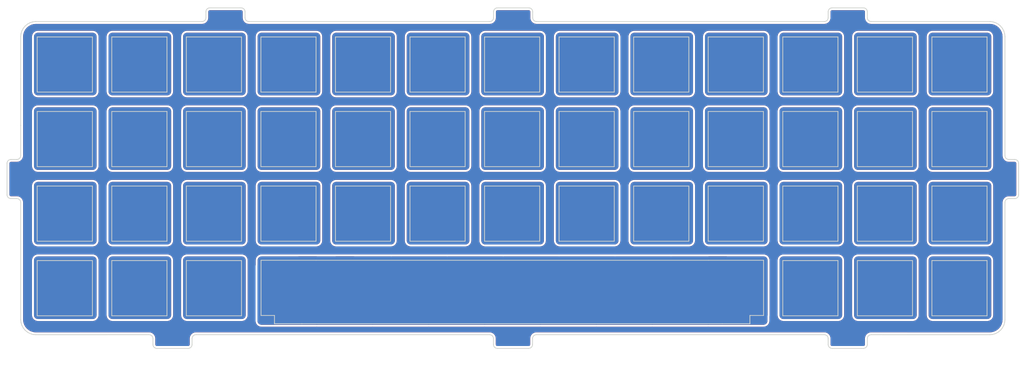
<source format=kicad_pcb>
(kicad_pcb (version 20171130) (host pcbnew "(5.1.5-0-10_14)")
  (layers (0 F.Cu signal) (31 B.Cu signal) (34 B.Paste user) (35 F.Paste user) (36 B.SilkS user) (37 F.SilkS user) (38 B.Mask user) (39 F.Mask user) (44 Edge.Cuts user))
  (net 0 "")
  (module Keebio-Parts:MX_FMask (layer F.Cu) (at 203.0225 89.58)
    (fp_text reference REF** hide)
    (fp_text value MX_FMask hide)
    (pad 1 smd roundrect (at 0 0 180) (size 16 16) (layers B.Cu B.Mask) (roundrect_rratio 0.063))
    (pad 1 smd roundrect (at 0 0 180) (size 16 16) (layers F.Cu F.Mask) (roundrect_rratio 0.063))
  )
  (module Keebio-Parts:MX_FMask (layer F.Cu) (at 188.735 89.58)
    (fp_text reference REF** hide)
    (fp_text value MX_FMask hide)
    (pad 1 smd roundrect (at 0 0 180) (size 16 16) (layers B.Cu B.Mask) (roundrect_rratio 0.063))
    (pad 1 smd roundrect (at 0 0 180) (size 16 16) (layers F.Cu F.Mask) (roundrect_rratio 0.063))
  )
  (module Keebio-Parts:MX_FMask (layer F.Cu) (at 174.4475 89.58)
    (fp_text reference REF** hide)
    (fp_text value MX_FMask hide)
    (pad 1 smd roundrect (at 0 0 180) (size 16 16) (layers B.Cu B.Mask) (roundrect_rratio 0.063))
    (pad 1 smd roundrect (at 0 0 180) (size 16 16) (layers F.Cu F.Mask) (roundrect_rratio 0.063))
  )
  (module Keebio-Parts:MX_FMask (layer F.Cu) (at 160.16 89.58)
    (fp_text reference REF** hide)
    (fp_text value MX_FMask hide)
    (pad 1 smd roundrect (at 0 0 180) (size 16 16) (layers B.Cu B.Mask) (roundrect_rratio 0.063))
    (pad 1 smd roundrect (at 0 0 180) (size 16 16) (layers F.Cu F.Mask) (roundrect_rratio 0.063))
  )
  (module Keebio-Parts:MX_FMask (layer F.Cu) (at 145.8725 89.58)
    (fp_text reference REF** hide)
    (fp_text value MX_FMask hide)
    (pad 1 smd roundrect (at 0 0 180) (size 16 16) (layers B.Cu B.Mask) (roundrect_rratio 0.063))
    (pad 1 smd roundrect (at 0 0 180) (size 16 16) (layers F.Cu F.Mask) (roundrect_rratio 0.063))
  )
  (module Keebio-Parts:MX_FMask (layer F.Cu) (at 131.585 89.58)
    (fp_text reference REF** hide)
    (fp_text value MX_FMask hide)
    (pad 1 smd roundrect (at 0 0 180) (size 16 16) (layers B.Cu B.Mask) (roundrect_rratio 0.063))
    (pad 1 smd roundrect (at 0 0 180) (size 16 16) (layers F.Cu F.Mask) (roundrect_rratio 0.063))
  )
  (module Keebio-Parts:MX_FMask (layer F.Cu) (at 117.2975 89.58)
    (fp_text reference REF** hide)
    (fp_text value MX_FMask hide)
    (pad 1 smd roundrect (at 0 0 180) (size 16 16) (layers B.Cu B.Mask) (roundrect_rratio 0.063))
    (pad 1 smd roundrect (at 0 0 180) (size 16 16) (layers F.Cu F.Mask) (roundrect_rratio 0.063))
  )
  (module Keebio-Parts:MX_FMask (layer F.Cu) (at 103.01 89.58)
    (fp_text reference REF** hide)
    (fp_text value MX_FMask hide)
    (pad 1 smd roundrect (at 0 0 180) (size 16 16) (layers B.Cu B.Mask) (roundrect_rratio 0.063))
    (pad 1 smd roundrect (at 0 0 180) (size 16 16) (layers F.Cu F.Mask) (roundrect_rratio 0.063))
  )
  (module Keebio-Parts:MX_FMask (layer F.Cu) (at 88.7225 89.58)
    (fp_text reference REF** hide)
    (fp_text value MX_FMask hide)
    (pad 1 smd roundrect (at 0 0 180) (size 16 16) (layers F.Cu F.Mask) (roundrect_rratio 0.063))
    (pad 1 smd roundrect (at 0 0 180) (size 16 16) (layers B.Cu B.Mask) (roundrect_rratio 0.063))
  )
  (module Keebio-Parts:MX_FMask (layer F.Cu) (at 203.06 88.115)
    (fp_text reference REF** hide)
    (fp_text value MX_FMask hide)
    (pad 1 smd roundrect (at 0 0 180) (size 16 16) (layers F.Cu F.Mask) (roundrect_rratio 0.063))
    (pad 1 smd roundrect (at 0 0 180) (size 16 16) (layers B.Cu B.Mask) (roundrect_rratio 0.063))
  )
  (module Keebio-Parts:MX_FMask (layer F.Cu) (at 193.535 88.115)
    (fp_text reference REF** hide)
    (fp_text value MX_FMask hide)
    (pad 1 smd roundrect (at 0 0 180) (size 16 16) (layers F.Cu F.Mask) (roundrect_rratio 0.063))
    (pad 1 smd roundrect (at 0 0 180) (size 16 16) (layers B.Cu B.Mask) (roundrect_rratio 0.063))
  )
  (module Keebio-Parts:MX_FMask (layer F.Cu) (at 179.2475 88.115)
    (fp_text reference REF** hide)
    (fp_text value MX_FMask hide)
    (pad 1 smd roundrect (at 0 0 180) (size 16 16) (layers F.Cu F.Mask) (roundrect_rratio 0.063))
    (pad 1 smd roundrect (at 0 0 180) (size 16 16) (layers B.Cu B.Mask) (roundrect_rratio 0.063))
  )
  (module Keebio-Parts:MX_FMask (layer F.Cu) (at 164.96 88.115)
    (fp_text reference REF** hide)
    (fp_text value MX_FMask hide)
    (pad 1 smd roundrect (at 0 0 180) (size 16 16) (layers F.Cu F.Mask) (roundrect_rratio 0.063))
    (pad 1 smd roundrect (at 0 0 180) (size 16 16) (layers B.Cu B.Mask) (roundrect_rratio 0.063))
  )
  (module Keebio-Parts:MX_FMask (layer F.Cu) (at 150.6725 88.115)
    (fp_text reference REF** hide)
    (fp_text value MX_FMask hide)
    (pad 1 smd roundrect (at 0 0 180) (size 16 16) (layers F.Cu F.Mask) (roundrect_rratio 0.063))
    (pad 1 smd roundrect (at 0 0 180) (size 16 16) (layers B.Cu B.Mask) (roundrect_rratio 0.063))
  )
  (module Keebio-Parts:MX_FMask (layer F.Cu) (at 136.385 88.115)
    (fp_text reference REF** hide)
    (fp_text value MX_FMask hide)
    (pad 1 smd roundrect (at 0 0 180) (size 16 16) (layers F.Cu F.Mask) (roundrect_rratio 0.063))
    (pad 1 smd roundrect (at 0 0 180) (size 16 16) (layers B.Cu B.Mask) (roundrect_rratio 0.063))
  )
  (module Keebio-Parts:MX_FMask (layer F.Cu) (at 122.0975 88.115)
    (fp_text reference REF** hide)
    (fp_text value MX_FMask hide)
    (pad 1 smd roundrect (at 0 0 180) (size 16 16) (layers F.Cu F.Mask) (roundrect_rratio 0.063))
    (pad 1 smd roundrect (at 0 0 180) (size 16 16) (layers B.Cu B.Mask) (roundrect_rratio 0.063))
  )
  (module Keebio-Parts:MX_FMask (layer F.Cu) (at 98.285 88.115)
    (fp_text reference REF** hide)
    (fp_text value MX_FMask hide)
    (pad 1 smd roundrect (at 0 0 180) (size 16 16) (layers F.Cu F.Mask) (roundrect_rratio 0.063))
    (pad 1 smd roundrect (at 0 0 180) (size 16 16) (layers B.Cu B.Mask) (roundrect_rratio 0.063))
  )
  (module Keebio-Parts:MX_FMask (layer F.Cu) (at 107.81 88.115)
    (fp_text reference REF** hide)
    (fp_text value MX_FMask hide)
    (pad 1 smd roundrect (at 0 0 180) (size 16 16) (layers F.Cu F.Mask) (roundrect_rratio 0.063))
    (pad 1 smd roundrect (at 0 0 180) (size 16 16) (layers B.Cu B.Mask) (roundrect_rratio 0.063))
  )
  (module Keebio-Parts:MX_FMask (layer F.Cu) (at 88.76 88.115)
    (fp_text reference REF** hide)
    (fp_text value MX_FMask hide)
    (pad 1 smd roundrect (at 0 0 180) (size 16 16) (layers F.Cu F.Mask) (roundrect_rratio 0.063))
    (pad 1 smd roundrect (at 0 0 180) (size 16 16) (layers B.Cu B.Mask) (roundrect_rratio 0.063))
  )
  (module Keebio-Parts:MX_FMask (layer F.Cu) (at 260.21 88.115)
    (fp_text reference REF** hide)
    (fp_text value MX_FMask hide)
    (pad 1 smd roundrect (at 0 0 180) (size 16 16) (layers F.Cu F.Mask) (roundrect_rratio 0.063))
    (pad 1 smd roundrect (at 0 0 180) (size 16 16) (layers B.Cu B.Mask) (roundrect_rratio 0.063))
  )
  (module Keebio-Parts:MX_FMask (layer F.Cu) (at 260.21 69.065)
    (fp_text reference REF** hide)
    (fp_text value MX_FMask hide)
    (pad 1 smd roundrect (at 0 0 180) (size 16 16) (layers F.Cu F.Mask) (roundrect_rratio 0.063))
    (pad 1 smd roundrect (at 0 0 180) (size 16 16) (layers B.Cu B.Mask) (roundrect_rratio 0.063))
  )
  (module Keebio-Parts:MX_FMask (layer F.Cu) (at 260.21 50.015)
    (fp_text reference REF** hide)
    (fp_text value MX_FMask hide)
    (pad 1 smd roundrect (at 0 0 180) (size 16 16) (layers F.Cu F.Mask) (roundrect_rratio 0.063))
    (pad 1 smd roundrect (at 0 0 180) (size 16 16) (layers B.Cu B.Mask) (roundrect_rratio 0.063))
  )
  (module Keebio-Parts:MX_FMask (layer F.Cu) (at 260.21 30.965)
    (fp_text reference REF** hide)
    (fp_text value MX_FMask hide)
    (pad 1 smd roundrect (at 0 0 180) (size 16 16) (layers F.Cu F.Mask) (roundrect_rratio 0.063))
    (pad 1 smd roundrect (at 0 0 180) (size 16 16) (layers B.Cu B.Mask) (roundrect_rratio 0.063))
  )
  (module Keebio-Parts:MX_FMask (layer F.Cu) (at 241.16 30.965)
    (fp_text reference REF** hide)
    (fp_text value MX_FMask hide)
    (pad 1 smd roundrect (at 0 0 180) (size 16 16) (layers F.Cu F.Mask) (roundrect_rratio 0.063))
    (pad 1 smd roundrect (at 0 0 180) (size 16 16) (layers B.Cu B.Mask) (roundrect_rratio 0.063))
  )
  (module Keebio-Parts:MX_FMask (layer F.Cu) (at 241.16 50.015)
    (fp_text reference REF** hide)
    (fp_text value MX_FMask hide)
    (pad 1 smd roundrect (at 0 0 180) (size 16 16) (layers F.Cu F.Mask) (roundrect_rratio 0.063))
    (pad 1 smd roundrect (at 0 0 180) (size 16 16) (layers B.Cu B.Mask) (roundrect_rratio 0.063))
  )
  (module Keebio-Parts:MX_FMask (layer F.Cu) (at 241.16 69.065)
    (fp_text reference REF** hide)
    (fp_text value MX_FMask hide)
    (pad 1 smd roundrect (at 0 0 180) (size 16 16) (layers F.Cu F.Mask) (roundrect_rratio 0.063))
    (pad 1 smd roundrect (at 0 0 180) (size 16 16) (layers B.Cu B.Mask) (roundrect_rratio 0.063))
  )
  (module Keebio-Parts:MX_FMask (layer F.Cu) (at 241.16 88.115)
    (fp_text reference REF** hide)
    (fp_text value MX_FMask hide)
    (pad 1 smd roundrect (at 0 0 180) (size 16 16) (layers F.Cu F.Mask) (roundrect_rratio 0.063))
    (pad 1 smd roundrect (at 0 0 180) (size 16 16) (layers B.Cu B.Mask) (roundrect_rratio 0.063))
  )
  (module Keebio-Parts:MX_FMask (layer F.Cu) (at 222.11 88.115)
    (fp_text reference REF** hide)
    (fp_text value MX_FMask hide)
    (pad 1 smd roundrect (at 0 0 180) (size 16 16) (layers F.Cu F.Mask) (roundrect_rratio 0.063))
    (pad 1 smd roundrect (at 0 0 180) (size 16 16) (layers B.Cu B.Mask) (roundrect_rratio 0.063))
  )
  (module Keebio-Parts:MX_FMask (layer F.Cu) (at 222.11 69.065)
    (fp_text reference REF** hide)
    (fp_text value MX_FMask hide)
    (pad 1 smd roundrect (at 0 0 180) (size 16 16) (layers F.Cu F.Mask) (roundrect_rratio 0.063))
    (pad 1 smd roundrect (at 0 0 180) (size 16 16) (layers B.Cu B.Mask) (roundrect_rratio 0.063))
  )
  (module Keebio-Parts:MX_FMask (layer F.Cu) (at 222.11 50.015)
    (fp_text reference REF** hide)
    (fp_text value MX_FMask hide)
    (pad 1 smd roundrect (at 0 0 180) (size 16 16) (layers F.Cu F.Mask) (roundrect_rratio 0.063))
    (pad 1 smd roundrect (at 0 0 180) (size 16 16) (layers B.Cu B.Mask) (roundrect_rratio 0.063))
  )
  (module Keebio-Parts:MX_FMask (layer F.Cu) (at 222.11 30.965)
    (fp_text reference REF** hide)
    (fp_text value MX_FMask hide)
    (pad 1 smd roundrect (at 0 0 180) (size 16 16) (layers F.Cu F.Mask) (roundrect_rratio 0.063))
    (pad 1 smd roundrect (at 0 0 180) (size 16 16) (layers B.Cu B.Mask) (roundrect_rratio 0.063))
  )
  (module Keebio-Parts:MX_FMask (layer F.Cu) (at 203.06 30.965)
    (fp_text reference REF** hide)
    (fp_text value MX_FMask hide)
    (pad 1 smd roundrect (at 0 0 180) (size 16 16) (layers F.Cu F.Mask) (roundrect_rratio 0.063))
    (pad 1 smd roundrect (at 0 0 180) (size 16 16) (layers B.Cu B.Mask) (roundrect_rratio 0.063))
  )
  (module Keebio-Parts:MX_FMask (layer F.Cu) (at 203.06 50.015)
    (fp_text reference REF** hide)
    (fp_text value MX_FMask hide)
    (pad 1 smd roundrect (at 0 0 180) (size 16 16) (layers F.Cu F.Mask) (roundrect_rratio 0.063))
    (pad 1 smd roundrect (at 0 0 180) (size 16 16) (layers B.Cu B.Mask) (roundrect_rratio 0.063))
  )
  (module Keebio-Parts:MX_FMask (layer F.Cu) (at 184.01 50.015)
    (fp_text reference REF** hide)
    (fp_text value MX_FMask hide)
    (pad 1 smd roundrect (at 0 0 180) (size 16 16) (layers F.Cu F.Mask) (roundrect_rratio 0.063))
    (pad 1 smd roundrect (at 0 0 180) (size 16 16) (layers B.Cu B.Mask) (roundrect_rratio 0.063))
  )
  (module Keebio-Parts:MX_FMask (layer F.Cu) (at 184.01 30.965)
    (fp_text reference REF** hide)
    (fp_text value MX_FMask hide)
    (pad 1 smd roundrect (at 0 0 180) (size 16 16) (layers F.Cu F.Mask) (roundrect_rratio 0.063))
    (pad 1 smd roundrect (at 0 0 180) (size 16 16) (layers B.Cu B.Mask) (roundrect_rratio 0.063))
  )
  (module Keebio-Parts:MX_FMask (layer F.Cu) (at 164.96 50.015)
    (fp_text reference REF** hide)
    (fp_text value MX_FMask hide)
    (pad 1 smd roundrect (at 0 0 180) (size 16 16) (layers F.Cu F.Mask) (roundrect_rratio 0.063))
    (pad 1 smd roundrect (at 0 0 180) (size 16 16) (layers B.Cu B.Mask) (roundrect_rratio 0.063))
  )
  (module Keebio-Parts:MX_FMask (layer F.Cu) (at 164.96 30.965)
    (fp_text reference REF** hide)
    (fp_text value MX_FMask hide)
    (pad 1 smd roundrect (at 0 0 180) (size 16 16) (layers F.Cu F.Mask) (roundrect_rratio 0.063))
    (pad 1 smd roundrect (at 0 0 180) (size 16 16) (layers B.Cu B.Mask) (roundrect_rratio 0.063))
  )
  (module Keebio-Parts:MX_FMask (layer F.Cu) (at 145.91 30.965)
    (fp_text reference REF** hide)
    (fp_text value MX_FMask hide)
    (pad 1 smd roundrect (at 0 0 180) (size 16 16) (layers F.Cu F.Mask) (roundrect_rratio 0.063))
    (pad 1 smd roundrect (at 0 0 180) (size 16 16) (layers B.Cu B.Mask) (roundrect_rratio 0.063))
  )
  (module Keebio-Parts:MX_FMask (layer F.Cu) (at 145.91 50.015)
    (fp_text reference REF** hide)
    (fp_text value MX_FMask hide)
    (pad 1 smd roundrect (at 0 0 180) (size 16 16) (layers F.Cu F.Mask) (roundrect_rratio 0.063))
    (pad 1 smd roundrect (at 0 0 180) (size 16 16) (layers B.Cu B.Mask) (roundrect_rratio 0.063))
  )
  (module Keebio-Parts:MX_FMask (layer F.Cu) (at 203.06 69.065)
    (fp_text reference REF** hide)
    (fp_text value MX_FMask hide)
    (pad 1 smd roundrect (at 0 0 180) (size 16 16) (layers F.Cu F.Mask) (roundrect_rratio 0.063))
    (pad 1 smd roundrect (at 0 0 180) (size 16 16) (layers B.Cu B.Mask) (roundrect_rratio 0.063))
  )
  (module Keebio-Parts:MX_FMask (layer F.Cu) (at 184.01 69.065)
    (fp_text reference REF** hide)
    (fp_text value MX_FMask hide)
    (pad 1 smd roundrect (at 0 0 180) (size 16 16) (layers F.Cu F.Mask) (roundrect_rratio 0.063))
    (pad 1 smd roundrect (at 0 0 180) (size 16 16) (layers B.Cu B.Mask) (roundrect_rratio 0.063))
  )
  (module Keebio-Parts:MX_FMask (layer F.Cu) (at 164.96 69.065)
    (fp_text reference REF** hide)
    (fp_text value MX_FMask hide)
    (pad 1 smd roundrect (at 0 0 180) (size 16 16) (layers F.Cu F.Mask) (roundrect_rratio 0.063))
    (pad 1 smd roundrect (at 0 0 180) (size 16 16) (layers B.Cu B.Mask) (roundrect_rratio 0.063))
  )
  (module Keebio-Parts:MX_FMask (layer F.Cu) (at 145.91 69.065)
    (fp_text reference REF** hide)
    (fp_text value MX_FMask hide)
    (pad 1 smd roundrect (at 0 0 180) (size 16 16) (layers F.Cu F.Mask) (roundrect_rratio 0.063))
    (pad 1 smd roundrect (at 0 0 180) (size 16 16) (layers B.Cu B.Mask) (roundrect_rratio 0.063))
  )
  (module Keebio-Parts:MX_FMask (layer F.Cu) (at 126.86 69.065)
    (fp_text reference REF** hide)
    (fp_text value MX_FMask hide)
    (pad 1 smd roundrect (at 0 0 180) (size 16 16) (layers F.Cu F.Mask) (roundrect_rratio 0.063))
    (pad 1 smd roundrect (at 0 0 180) (size 16 16) (layers B.Cu B.Mask) (roundrect_rratio 0.063))
  )
  (module Keebio-Parts:MX_FMask (layer F.Cu) (at 126.86 50.015)
    (fp_text reference REF** hide)
    (fp_text value MX_FMask hide)
    (pad 1 smd roundrect (at 0 0 180) (size 16 16) (layers F.Cu F.Mask) (roundrect_rratio 0.063))
    (pad 1 smd roundrect (at 0 0 180) (size 16 16) (layers B.Cu B.Mask) (roundrect_rratio 0.063))
  )
  (module Keebio-Parts:MX_FMask (layer F.Cu) (at 126.86 30.965)
    (fp_text reference REF** hide)
    (fp_text value MX_FMask hide)
    (pad 1 smd roundrect (at 0 0 180) (size 16 16) (layers F.Cu F.Mask) (roundrect_rratio 0.063))
    (pad 1 smd roundrect (at 0 0 180) (size 16 16) (layers B.Cu B.Mask) (roundrect_rratio 0.063))
  )
  (module Keebio-Parts:MX_FMask (layer F.Cu) (at 107.81 69.065)
    (fp_text reference REF** hide)
    (fp_text value MX_FMask hide)
    (pad 1 smd roundrect (at 0 0 180) (size 16 16) (layers F.Cu F.Mask) (roundrect_rratio 0.063))
    (pad 1 smd roundrect (at 0 0 180) (size 16 16) (layers B.Cu B.Mask) (roundrect_rratio 0.063))
  )
  (module Keebio-Parts:MX_FMask (layer F.Cu) (at 107.81 50.015)
    (fp_text reference REF** hide)
    (fp_text value MX_FMask hide)
    (pad 1 smd roundrect (at 0 0 180) (size 16 16) (layers F.Cu F.Mask) (roundrect_rratio 0.063))
    (pad 1 smd roundrect (at 0 0 180) (size 16 16) (layers B.Cu B.Mask) (roundrect_rratio 0.063))
  )
  (module Keebio-Parts:MX_FMask (layer F.Cu) (at 107.81 30.965)
    (fp_text reference REF** hide)
    (fp_text value MX_FMask hide)
    (pad 1 smd roundrect (at 0 0 180) (size 16 16) (layers F.Cu F.Mask) (roundrect_rratio 0.063))
    (pad 1 smd roundrect (at 0 0 180) (size 16 16) (layers B.Cu B.Mask) (roundrect_rratio 0.063))
  )
  (module Keebio-Parts:MX_FMask (layer F.Cu) (at 88.76 69.065)
    (fp_text reference REF** hide)
    (fp_text value MX_FMask hide)
    (pad 1 smd roundrect (at 0 0 180) (size 16 16) (layers F.Cu F.Mask) (roundrect_rratio 0.063))
    (pad 1 smd roundrect (at 0 0 180) (size 16 16) (layers B.Cu B.Mask) (roundrect_rratio 0.063))
  )
  (module Keebio-Parts:MX_FMask (layer F.Cu) (at 50.66 88.115)
    (fp_text reference REF** hide)
    (fp_text value MX_FMask hide)
    (pad 1 smd roundrect (at 0 0 180) (size 16 16) (layers F.Cu F.Mask) (roundrect_rratio 0.063))
    (pad 1 smd roundrect (at 0 0 180) (size 16 16) (layers B.Cu B.Mask) (roundrect_rratio 0.063))
  )
  (module Keebio-Parts:MX_FMask (layer F.Cu) (at 69.71 88.115)
    (fp_text reference REF** hide)
    (fp_text value MX_FMask hide)
    (pad 1 smd roundrect (at 0 0 180) (size 16 16) (layers F.Cu F.Mask) (roundrect_rratio 0.063))
    (pad 1 smd roundrect (at 0 0 180) (size 16 16) (layers B.Cu B.Mask) (roundrect_rratio 0.063))
  )
  (module Keebio-Parts:MX_FMask (layer F.Cu) (at 69.71 69.065)
    (fp_text reference REF** hide)
    (fp_text value MX_FMask hide)
    (pad 1 smd roundrect (at 0 0 180) (size 16 16) (layers F.Cu F.Mask) (roundrect_rratio 0.063))
    (pad 1 smd roundrect (at 0 0 180) (size 16 16) (layers B.Cu B.Mask) (roundrect_rratio 0.063))
  )
  (module Keebio-Parts:MX_FMask (layer F.Cu) (at 50.66 69.065)
    (fp_text reference REF** hide)
    (fp_text value MX_FMask hide)
    (pad 1 smd roundrect (at 0 0 180) (size 16 16) (layers F.Cu F.Mask) (roundrect_rratio 0.063))
    (pad 1 smd roundrect (at 0 0 180) (size 16 16) (layers B.Cu B.Mask) (roundrect_rratio 0.063))
  )
  (module Keebio-Parts:MX_FMask (layer F.Cu) (at 31.61 88.115)
    (fp_text reference REF** hide)
    (fp_text value MX_FMask hide)
    (pad 1 smd roundrect (at 0 0 180) (size 16 16) (layers F.Cu F.Mask) (roundrect_rratio 0.063))
    (pad 1 smd roundrect (at 0 0 180) (size 16 16) (layers B.Cu B.Mask) (roundrect_rratio 0.063))
  )
  (module Keebio-Parts:MX_FMask (layer F.Cu) (at 31.61 69.065)
    (fp_text reference REF** hide)
    (fp_text value MX_FMask hide)
    (pad 1 smd roundrect (at 0 0 180) (size 16 16) (layers F.Cu F.Mask) (roundrect_rratio 0.063))
    (pad 1 smd roundrect (at 0 0 180) (size 16 16) (layers B.Cu B.Mask) (roundrect_rratio 0.063))
  )
  (module Keebio-Parts:MX_FMask (layer F.Cu) (at 31.61 50.015)
    (fp_text reference REF** hide)
    (fp_text value MX_FMask hide)
    (pad 1 smd roundrect (at 0 0 180) (size 16 16) (layers F.Cu F.Mask) (roundrect_rratio 0.063))
    (pad 1 smd roundrect (at 0 0 180) (size 16 16) (layers B.Cu B.Mask) (roundrect_rratio 0.063))
  )
  (module Keebio-Parts:MX_FMask (layer F.Cu) (at 50.66 50.015)
    (fp_text reference REF** hide)
    (fp_text value MX_FMask hide)
    (pad 1 smd roundrect (at 0 0 180) (size 16 16) (layers F.Cu F.Mask) (roundrect_rratio 0.063))
    (pad 1 smd roundrect (at 0 0 180) (size 16 16) (layers B.Cu B.Mask) (roundrect_rratio 0.063))
  )
  (module Keebio-Parts:MX_FMask (layer F.Cu) (at 69.71 50.015)
    (fp_text reference REF** hide)
    (fp_text value MX_FMask hide)
    (pad 1 smd roundrect (at 0 0 180) (size 16 16) (layers F.Cu F.Mask) (roundrect_rratio 0.063))
    (pad 1 smd roundrect (at 0 0 180) (size 16 16) (layers B.Cu B.Mask) (roundrect_rratio 0.063))
  )
  (module Keebio-Parts:MX_FMask (layer F.Cu) (at 88.76 50.015)
    (fp_text reference REF** hide)
    (fp_text value MX_FMask hide)
    (pad 1 smd roundrect (at 0 0 180) (size 16 16) (layers F.Cu F.Mask) (roundrect_rratio 0.063))
    (pad 1 smd roundrect (at 0 0 180) (size 16 16) (layers B.Cu B.Mask) (roundrect_rratio 0.063))
  )
  (module Keebio-Parts:MX_FMask (layer F.Cu) (at 88.76 30.965)
    (fp_text reference REF** hide)
    (fp_text value MX_FMask hide)
    (pad 1 smd roundrect (at 0 0 180) (size 16 16) (layers F.Cu F.Mask) (roundrect_rratio 0.063))
    (pad 1 smd roundrect (at 0 0 180) (size 16 16) (layers B.Cu B.Mask) (roundrect_rratio 0.063))
  )
  (module Keebio-Parts:MX_FMask (layer F.Cu) (at 69.71 30.965)
    (fp_text reference REF** hide)
    (fp_text value MX_FMask hide)
    (pad 1 smd roundrect (at 0 0 180) (size 16 16) (layers F.Cu F.Mask) (roundrect_rratio 0.063))
    (pad 1 smd roundrect (at 0 0 180) (size 16 16) (layers B.Cu B.Mask) (roundrect_rratio 0.063))
  )
  (module Keebio-Parts:MX_FMask (layer F.Cu) (at 50.66 30.965)
    (fp_text reference REF** hide)
    (fp_text value MX_FMask hide)
    (pad 1 smd roundrect (at 0 0 180) (size 16 16) (layers F.Cu F.Mask) (roundrect_rratio 0.063))
    (pad 1 smd roundrect (at 0 0 180) (size 16 16) (layers B.Cu B.Mask) (roundrect_rratio 0.063))
  )
  (module Keebio-Parts:MX_FMask (layer F.Cu) (at 31.61 30.965)
    (fp_text reference REF** hide)
    (fp_text value MX_FMask hide)
    (pad 1 smd roundrect (at 0 0 180) (size 16 16) (layers B.Cu B.Mask) (roundrect_rratio 0.063))
    (pad 1 smd roundrect (at 0 0 180) (size 16 16) (layers F.Cu F.Mask) (roundrect_rratio 0.063))
  )
  (module pohjola:pohjola_site_text (layer B.Cu) (at 225 98.165 180)
    (fp_text reference G*** hide)
    (fp_text value LOGO hide)
  )
  (gr_line (start 271.057201 98.387628) (end 271.417706 97.714685) (layer Edge.Cuts) (width 0.2))
  (gr_line (start 270.579515 98.97487) (end 271.057201 98.387628) (layer Edge.Cuts) (width 0.2))
  (gr_line (start 271.047517 21.821085) (end 270.557114 21.227856) (layer Edge.Cuts) (width 0.2))
  (gr_line (start 271.408734 22.493263) (end 271.047517 21.821085) (layer Edge.Cuts) (width 0.2))
  (gr_line (start 271.631696 23.216074) (end 271.408734 22.493263) (layer Edge.Cuts) (width 0.2))
  (gr_line (start 271.704786 23.887585) (end 271.631696 23.216074) (layer Edge.Cuts) (width 0.2))
  (gr_line (start 21.369126 98.996673) (end 21.960942 99.479649) (layer Edge.Cuts) (width 0.2))
  (gr_line (start 20.882981 98.409117) (end 21.369126 98.996673) (layer Edge.Cuts) (width 0.2))
  (gr_line (start 20.223696 96.336978) (end 20.294653 97.009933) (layer Edge.Cuts) (width 0.2))
  (gr_line (start 21.938332 20.763646) (end 21.35 21.25) (layer Edge.Cuts) (width 0.2))
  (gr_line (start 268.590759 100.052523) (end 269.316651 99.826922) (layer Edge.Cuts) (width 0.2))
  (gr_line (start 267.932792 100.121453) (end 268.590759 100.052523) (layer Edge.Cuts) (width 0.2))
  (gr_line (start 20.509368 22.515138) (end 20.286771 23.25378) (layer Edge.Cuts) (width 0.2))
  (gr_line (start 23.337128 20.175528) (end 22.608897 20.401207) (layer Edge.Cuts) (width 0.2))
  (gr_line (start 24.010083 20.10457) (end 23.337128 20.175528) (layer Edge.Cuts) (width 0.2))
  (gr_line (start 24.123869 20.10457) (end 24.010083 20.10457) (layer Edge.Cuts) (width 0.2))
  (gr_line (start 20.286771 23.25378) (end 20.223696 23.894106) (layer Edge.Cuts) (width 0.2))
  (gr_line (start 271.704786 24.013278) (end 271.704786 23.887585) (layer Edge.Cuts) (width 0.2))
  (gr_line (start 271.637011 96.984712) (end 271.704786 96.320073) (layer Edge.Cuts) (width 0.2))
  (gr_line (start 271.417706 97.714685) (end 271.637011 96.984712) (layer Edge.Cuts) (width 0.2))
  (gr_line (start 268.562952 20.170142) (end 267.898186 20.10457) (layer Edge.Cuts) (width 0.2))
  (gr_line (start 269.29676 20.390809) (end 268.562952 20.170142) (layer Edge.Cuts) (width 0.2))
  (gr_line (start 269.964902 20.748891) (end 269.29676 20.390809) (layer Edge.Cuts) (width 0.2))
  (gr_line (start 270.557114 21.227856) (end 269.964902 20.748891) (layer Edge.Cuts) (width 0.2))
  (gr_line (start 269.990796 99.464243) (end 270.579515 98.97487) (layer Edge.Cuts) (width 0.2))
  (gr_line (start 269.316651 99.826922) (end 269.990796 99.464243) (layer Edge.Cuts) (width 0.2))
  (gr_line (start 20.868008 21.84125) (end 20.509368 22.515138) (layer Edge.Cuts) (width 0.2))
  (gr_line (start 20.520332 97.738164) (end 20.882981 98.409117) (layer Edge.Cuts) (width 0.2))
  (gr_line (start 20.294653 97.009933) (end 20.520332 97.738164) (layer Edge.Cuts) (width 0.2))
  (gr_line (start 22.637548 99.839212) (end 23.368248 100.059942) (layer Edge.Cuts) (width 0.2))
  (gr_line (start 21.960942 99.479649) (end 22.637548 99.839212) (layer Edge.Cuts) (width 0.2))
  (gr_line (start 267.135889 24.036659) (end 267.135889 38.136659) (layer Edge.Cuts) (width 0.2))
  (gr_line (start 253.035889 24.036659) (end 267.135889 24.036659) (layer Edge.Cuts) (width 0.2))
  (gr_line (start 253.035889 38.136659) (end 253.035889 24.036659) (layer Edge.Cuts) (width 0.2))
  (gr_line (start 267.135889 38.136659) (end 253.035889 38.136659) (layer Edge.Cuts) (width 0.2))
  (gr_line (start 267.135889 62.136659) (end 267.135889 76.236659) (layer Edge.Cuts) (width 0.2))
  (gr_line (start 253.035889 62.136659) (end 267.135889 62.136659) (layer Edge.Cuts) (width 0.2))
  (gr_line (start 253.035889 76.236659) (end 253.035889 62.136659) (layer Edge.Cuts) (width 0.2))
  (gr_line (start 267.135889 76.236659) (end 253.035889 76.236659) (layer Edge.Cuts) (width 0.2))
  (gr_line (start 233.985889 95.286659) (end 233.985889 81.186659) (layer Edge.Cuts) (width 0.2))
  (gr_line (start 248.085889 95.286659) (end 233.985889 95.286659) (layer Edge.Cuts) (width 0.2))
  (gr_line (start 248.085889 81.186659) (end 248.085889 95.286659) (layer Edge.Cuts) (width 0.2))
  (gr_line (start 233.985889 81.186659) (end 248.085889 81.186659) (layer Edge.Cuts) (width 0.2))
  (gr_line (start 233.985889 57.186659) (end 233.985889 43.086659) (layer Edge.Cuts) (width 0.2))
  (gr_line (start 248.085889 57.186659) (end 233.985889 57.186659) (layer Edge.Cuts) (width 0.2))
  (gr_line (start 248.085889 43.086659) (end 248.085889 57.186659) (layer Edge.Cuts) (width 0.2))
  (gr_line (start 233.985889 43.086659) (end 248.085889 43.086659) (layer Edge.Cuts) (width 0.2))
  (gr_line (start 229.035889 24.036659) (end 229.035889 38.136659) (layer Edge.Cuts) (width 0.2))
  (gr_line (start 214.935889 24.036659) (end 229.035889 24.036659) (layer Edge.Cuts) (width 0.2))
  (gr_line (start 214.935889 38.136659) (end 214.935889 24.036659) (layer Edge.Cuts) (width 0.2))
  (gr_line (start 229.035889 38.136659) (end 214.935889 38.136659) (layer Edge.Cuts) (width 0.2))
  (gr_line (start 229.035889 62.136659) (end 229.035889 76.236659) (layer Edge.Cuts) (width 0.2))
  (gr_line (start 214.935889 62.136659) (end 229.035889 62.136659) (layer Edge.Cuts) (width 0.2))
  (gr_line (start 214.935889 76.236659) (end 214.935889 62.136659) (layer Edge.Cuts) (width 0.2))
  (gr_line (start 229.035889 76.236659) (end 214.935889 76.236659) (layer Edge.Cuts) (width 0.2))
  (gr_line (start 214.935889 95.286659) (end 214.935889 81.186659) (layer Edge.Cuts) (width 0.2))
  (gr_line (start 229.035889 95.286659) (end 214.935889 95.286659) (layer Edge.Cuts) (width 0.2))
  (gr_line (start 229.035889 81.186659) (end 229.035889 95.286659) (layer Edge.Cuts) (width 0.2))
  (gr_line (start 214.935889 81.186659) (end 229.035889 81.186659) (layer Edge.Cuts) (width 0.2))
  (gr_line (start 229.035889 43.086659) (end 229.035889 57.186659) (layer Edge.Cuts) (width 0.2))
  (gr_line (start 214.935889 43.086659) (end 229.035889 43.086659) (layer Edge.Cuts) (width 0.2))
  (gr_line (start 214.935889 57.186659) (end 214.935889 43.086659) (layer Edge.Cuts) (width 0.2))
  (gr_line (start 229.035889 57.186659) (end 214.935889 57.186659) (layer Edge.Cuts) (width 0.2))
  (gr_line (start 248.085889 24.036659) (end 248.085889 38.136659) (layer Edge.Cuts) (width 0.2))
  (gr_line (start 233.985889 24.036659) (end 248.085889 24.036659) (layer Edge.Cuts) (width 0.2))
  (gr_line (start 233.985889 38.136659) (end 233.985889 24.036659) (layer Edge.Cuts) (width 0.2))
  (gr_line (start 248.085889 38.136659) (end 233.985889 38.136659) (layer Edge.Cuts) (width 0.2))
  (gr_line (start 233.985889 76.236659) (end 233.985889 62.136659) (layer Edge.Cuts) (width 0.2))
  (gr_line (start 248.085889 76.236659) (end 233.985889 76.236659) (layer Edge.Cuts) (width 0.2))
  (gr_line (start 248.085889 62.136659) (end 248.085889 76.236659) (layer Edge.Cuts) (width 0.2))
  (gr_line (start 233.985889 62.136659) (end 248.085889 62.136659) (layer Edge.Cuts) (width 0.2))
  (gr_line (start 253.035889 95.286659) (end 253.035889 81.186659) (layer Edge.Cuts) (width 0.2))
  (gr_line (start 267.135889 95.286659) (end 253.035889 95.286659) (layer Edge.Cuts) (width 0.2))
  (gr_line (start 267.135889 81.186659) (end 267.135889 95.286659) (layer Edge.Cuts) (width 0.2))
  (gr_line (start 253.035889 81.186659) (end 267.135889 81.186659) (layer Edge.Cuts) (width 0.2))
  (gr_line (start 267.135889 43.086659) (end 267.135889 57.186659) (layer Edge.Cuts) (width 0.2))
  (gr_line (start 253.035889 43.086659) (end 267.135889 43.086659) (layer Edge.Cuts) (width 0.2))
  (gr_line (start 253.035889 57.186659) (end 253.035889 43.086659) (layer Edge.Cuts) (width 0.2))
  (gr_line (start 267.135889 57.186659) (end 253.035889 57.186659) (layer Edge.Cuts) (width 0.2))
  (gr_line (start 209.985889 24.036659) (end 209.985889 38.136659) (layer Edge.Cuts) (width 0.2))
  (gr_line (start 195.885889 24.036659) (end 209.985889 24.036659) (layer Edge.Cuts) (width 0.2))
  (gr_line (start 195.885889 38.136659) (end 195.885889 24.036659) (layer Edge.Cuts) (width 0.2))
  (gr_line (start 209.985889 38.136659) (end 195.885889 38.136659) (layer Edge.Cuts) (width 0.2))
  (gr_line (start 195.885889 76.236659) (end 195.885889 62.136659) (layer Edge.Cuts) (width 0.2))
  (gr_line (start 209.985889 76.236659) (end 195.885889 76.236659) (layer Edge.Cuts) (width 0.2))
  (gr_line (start 209.985889 62.136659) (end 209.985889 76.236659) (layer Edge.Cuts) (width 0.2))
  (gr_line (start 195.885889 62.136659) (end 209.985889 62.136659) (layer Edge.Cuts) (width 0.2))
  (gr_line (start 176.835889 57.186659) (end 176.835889 43.086659) (layer Edge.Cuts) (width 0.2))
  (gr_line (start 190.935889 57.186659) (end 176.835889 57.186659) (layer Edge.Cuts) (width 0.2))
  (gr_line (start 190.935889 43.086659) (end 190.935889 57.186659) (layer Edge.Cuts) (width 0.2))
  (gr_line (start 176.835889 43.086659) (end 190.935889 43.086659) (layer Edge.Cuts) (width 0.2))
  (gr_line (start 152.835889 24.036659) (end 152.835889 38.136659) (layer Edge.Cuts) (width 0.2))
  (gr_line (start 138.735889 24.036659) (end 152.835889 24.036659) (layer Edge.Cuts) (width 0.2))
  (gr_line (start 138.735889 38.136659) (end 138.735889 24.036659) (layer Edge.Cuts) (width 0.2))
  (gr_line (start 152.835889 38.136659) (end 138.735889 38.136659) (layer Edge.Cuts) (width 0.2))
  (gr_line (start 171.885889 43.086659) (end 171.885889 57.186659) (layer Edge.Cuts) (width 0.2))
  (gr_line (start 157.785889 43.086659) (end 171.885889 43.086659) (layer Edge.Cuts) (width 0.2))
  (gr_line (start 157.785889 57.186659) (end 157.785889 43.086659) (layer Edge.Cuts) (width 0.2))
  (gr_line (start 171.885889 57.186659) (end 157.785889 57.186659) (layer Edge.Cuts) (width 0.2))
  (gr_line (start 152.835889 43.086659) (end 152.835889 57.186659) (layer Edge.Cuts) (width 0.2))
  (gr_line (start 138.735889 43.086659) (end 152.835889 43.086659) (layer Edge.Cuts) (width 0.2))
  (gr_line (start 138.735889 57.186659) (end 138.735889 43.086659) (layer Edge.Cuts) (width 0.2))
  (gr_line (start 152.835889 57.186659) (end 138.735889 57.186659) (layer Edge.Cuts) (width 0.2))
  (gr_line (start 152.835889 76.236659) (end 138.735889 76.236659) (layer Edge.Cuts) (width 0.2))
  (gr_line (start 152.835889 62.136659) (end 152.835889 76.236659) (layer Edge.Cuts) (width 0.2))
  (gr_line (start 138.735889 62.136659) (end 152.835889 62.136659) (layer Edge.Cuts) (width 0.2))
  (gr_line (start 138.735889 76.236659) (end 138.735889 62.136659) (layer Edge.Cuts) (width 0.2))
  (gr_line (start 157.785889 76.236659) (end 157.785889 62.136659) (layer Edge.Cuts) (width 0.2))
  (gr_line (start 171.885889 76.236659) (end 157.785889 76.236659) (layer Edge.Cuts) (width 0.2))
  (gr_line (start 171.885889 62.136659) (end 171.885889 76.236659) (layer Edge.Cuts) (width 0.2))
  (gr_line (start 157.785889 62.136659) (end 171.885889 62.136659) (layer Edge.Cuts) (width 0.2))
  (gr_line (start 171.885889 24.036659) (end 171.885889 38.136659) (layer Edge.Cuts) (width 0.2))
  (gr_line (start 157.785889 24.036659) (end 171.885889 24.036659) (layer Edge.Cuts) (width 0.2))
  (gr_line (start 157.785889 38.136659) (end 157.785889 24.036659) (layer Edge.Cuts) (width 0.2))
  (gr_line (start 171.885889 38.136659) (end 157.785889 38.136659) (layer Edge.Cuts) (width 0.2))
  (gr_line (start 190.935889 24.036659) (end 190.935889 38.136659) (layer Edge.Cuts) (width 0.2))
  (gr_line (start 176.835889 24.036659) (end 190.935889 24.036659) (layer Edge.Cuts) (width 0.2))
  (gr_line (start 176.835889 38.136659) (end 176.835889 24.036659) (layer Edge.Cuts) (width 0.2))
  (gr_line (start 190.935889 38.136659) (end 176.835889 38.136659) (layer Edge.Cuts) (width 0.2))
  (gr_line (start 176.835889 76.236659) (end 176.835889 62.136659) (layer Edge.Cuts) (width 0.2))
  (gr_line (start 190.935889 76.236659) (end 176.835889 76.236659) (layer Edge.Cuts) (width 0.2))
  (gr_line (start 190.935889 62.136659) (end 190.935889 76.236659) (layer Edge.Cuts) (width 0.2))
  (gr_line (start 176.835889 62.136659) (end 190.935889 62.136659) (layer Edge.Cuts) (width 0.2))
  (gr_line (start 209.985889 43.086659) (end 209.985889 57.186659) (layer Edge.Cuts) (width 0.2))
  (gr_line (start 195.885889 43.086659) (end 209.985889 43.086659) (layer Edge.Cuts) (width 0.2))
  (gr_line (start 195.885889 57.186659) (end 195.885889 43.086659) (layer Edge.Cuts) (width 0.2))
  (gr_line (start 209.985889 57.186659) (end 195.885889 57.186659) (layer Edge.Cuts) (width 0.2))
  (gr_line (start 210.03155 95.202717) (end 206.53155 95.202717) (layer Edge.Cuts) (width 0.2))
  (gr_line (start 210.03155 81.102717) (end 210.03155 95.202717) (layer Edge.Cuts) (width 0.2))
  (gr_line (start 195.98155 81.102717) (end 210.03155 81.102717) (layer Edge.Cuts) (width 0.2))
  (gr_line (start 95.68155 81.102717) (end 195.98155 81.102717) (layer Edge.Cuts) (width 0.2))
  (gr_line (start 81.63155 81.102717) (end 95.68155 81.102717) (layer Edge.Cuts) (width 0.2))
  (gr_line (start 81.63155 95.202717) (end 81.63155 81.102717) (layer Edge.Cuts) (width 0.2))
  (gr_line (start 85.060821 95.202717) (end 81.63155 95.202717) (layer Edge.Cuts) (width 0.2))
  (gr_line (start 85.060821 97.312281) (end 85.060821 95.202717) (layer Edge.Cuts) (width 0.2))
  (gr_line (start 92.060821 97.312281) (end 85.060821 97.312281) (layer Edge.Cuts) (width 0.2))
  (gr_line (start 92.060821 97.316061) (end 92.060821 97.312281) (layer Edge.Cuts) (width 0.2))
  (gr_line (start 199.495718 97.316061) (end 92.060821 97.316061) (layer Edge.Cuts) (width 0.2))
  (gr_line (start 206.460821 97.312281) (end 199.495718 97.316061) (layer Edge.Cuts) (width 0.2))
  (gr_line (start 206.53155 97.312281) (end 206.460821 97.312281) (layer Edge.Cuts) (width 0.2))
  (gr_line (start 206.53155 97.202717) (end 206.53155 97.312281) (layer Edge.Cuts) (width 0.2))
  (gr_line (start 206.53155 95.202717) (end 206.53155 97.202717) (layer Edge.Cuts) (width 0.2))
  (gr_line (start 119.685889 57.186659) (end 119.685889 43.086659) (layer Edge.Cuts) (width 0.2))
  (gr_line (start 133.785889 57.186659) (end 119.685889 57.186659) (layer Edge.Cuts) (width 0.2))
  (gr_line (start 133.785889 43.086659) (end 133.785889 57.186659) (layer Edge.Cuts) (width 0.2))
  (gr_line (start 119.685889 43.086659) (end 133.785889 43.086659) (layer Edge.Cuts) (width 0.2))
  (gr_line (start 114.735889 24.036659) (end 114.735889 38.136659) (layer Edge.Cuts) (width 0.2))
  (gr_line (start 100.635889 24.036659) (end 114.735889 24.036659) (layer Edge.Cuts) (width 0.2))
  (gr_line (start 100.635889 38.136659) (end 100.635889 24.036659) (layer Edge.Cuts) (width 0.2))
  (gr_line (start 114.735889 38.136659) (end 100.635889 38.136659) (layer Edge.Cuts) (width 0.2))
  (gr_line (start 100.635889 76.236659) (end 100.635889 62.136659) (layer Edge.Cuts) (width 0.2))
  (gr_line (start 114.735889 76.236659) (end 100.635889 76.236659) (layer Edge.Cuts) (width 0.2))
  (gr_line (start 114.735889 62.136659) (end 114.735889 76.236659) (layer Edge.Cuts) (width 0.2))
  (gr_line (start 100.635889 62.136659) (end 114.735889 62.136659) (layer Edge.Cuts) (width 0.2))
  (gr_line (start 81.585889 57.186659) (end 81.585889 43.086659) (layer Edge.Cuts) (width 0.2))
  (gr_line (start 95.685889 57.186659) (end 81.585889 57.186659) (layer Edge.Cuts) (width 0.2))
  (gr_line (start 95.685889 43.086659) (end 95.685889 57.186659) (layer Edge.Cuts) (width 0.2))
  (gr_line (start 81.585889 43.086659) (end 95.685889 43.086659) (layer Edge.Cuts) (width 0.2))
  (gr_line (start 95.685889 24.036659) (end 95.685889 38.136659) (layer Edge.Cuts) (width 0.2))
  (gr_line (start 81.585889 24.036659) (end 95.685889 24.036659) (layer Edge.Cuts) (width 0.2))
  (gr_line (start 81.585889 38.136659) (end 81.585889 24.036659) (layer Edge.Cuts) (width 0.2))
  (gr_line (start 95.685889 38.136659) (end 81.585889 38.136659) (layer Edge.Cuts) (width 0.2))
  (gr_line (start 81.585889 76.236659) (end 81.585889 62.136659) (layer Edge.Cuts) (width 0.2))
  (gr_line (start 95.685889 76.236659) (end 81.585889 76.236659) (layer Edge.Cuts) (width 0.2))
  (gr_line (start 95.685889 62.136659) (end 95.685889 76.236659) (layer Edge.Cuts) (width 0.2))
  (gr_line (start 81.585889 62.136659) (end 95.685889 62.136659) (layer Edge.Cuts) (width 0.2))
  (gr_line (start 114.735889 43.086659) (end 114.735889 57.186659) (layer Edge.Cuts) (width 0.2))
  (gr_line (start 100.635889 43.086659) (end 114.735889 43.086659) (layer Edge.Cuts) (width 0.2))
  (gr_line (start 100.635889 57.186659) (end 100.635889 43.086659) (layer Edge.Cuts) (width 0.2))
  (gr_line (start 114.735889 57.186659) (end 100.635889 57.186659) (layer Edge.Cuts) (width 0.2))
  (gr_line (start 133.785889 24.036659) (end 133.785889 38.136659) (layer Edge.Cuts) (width 0.2))
  (gr_line (start 119.685889 24.036659) (end 133.785889 24.036659) (layer Edge.Cuts) (width 0.2))
  (gr_line (start 119.685889 38.136659) (end 119.685889 24.036659) (layer Edge.Cuts) (width 0.2))
  (gr_line (start 133.785889 38.136659) (end 119.685889 38.136659) (layer Edge.Cuts) (width 0.2))
  (gr_line (start 119.685889 76.236659) (end 119.685889 62.136659) (layer Edge.Cuts) (width 0.2))
  (gr_line (start 133.785889 76.236659) (end 119.685889 76.236659) (layer Edge.Cuts) (width 0.2))
  (gr_line (start 133.785889 62.136659) (end 133.785889 76.236659) (layer Edge.Cuts) (width 0.2))
  (gr_line (start 119.685889 62.136659) (end 133.785889 62.136659) (layer Edge.Cuts) (width 0.2))
  (gr_line (start 57.585889 38.136659) (end 43.485889 38.136659) (layer Edge.Cuts) (width 0.2))
  (gr_line (start 57.585889 24.036659) (end 57.585889 38.136659) (layer Edge.Cuts) (width 0.2))
  (gr_line (start 43.485889 24.036659) (end 57.585889 24.036659) (layer Edge.Cuts) (width 0.2))
  (gr_line (start 43.485889 38.136659) (end 43.485889 24.036659) (layer Edge.Cuts) (width 0.2))
  (gr_line (start 57.585889 81.186659) (end 57.585889 95.286659) (layer Edge.Cuts) (width 0.2))
  (gr_line (start 43.485889 81.186659) (end 57.585889 81.186659) (layer Edge.Cuts) (width 0.2))
  (gr_line (start 43.485889 95.286659) (end 43.485889 81.186659) (layer Edge.Cuts) (width 0.2))
  (gr_line (start 57.585889 95.286659) (end 43.485889 95.286659) (layer Edge.Cuts) (width 0.2))
  (gr_line (start 76.635889 95.286659) (end 62.535889 95.286659) (layer Edge.Cuts) (width 0.2))
  (gr_line (start 76.635889 81.186659) (end 76.635889 95.286659) (layer Edge.Cuts) (width 0.2))
  (gr_line (start 62.535889 81.186659) (end 76.635889 81.186659) (layer Edge.Cuts) (width 0.2))
  (gr_line (start 62.535889 95.286659) (end 62.535889 81.186659) (layer Edge.Cuts) (width 0.2))
  (gr_line (start 62.535889 57.186659) (end 62.535889 43.086659) (layer Edge.Cuts) (width 0.2))
  (gr_line (start 76.635889 57.186659) (end 62.535889 57.186659) (layer Edge.Cuts) (width 0.2))
  (gr_line (start 76.635889 43.086659) (end 76.635889 57.186659) (layer Edge.Cuts) (width 0.2))
  (gr_line (start 62.535889 43.086659) (end 76.635889 43.086659) (layer Edge.Cuts) (width 0.2))
  (gr_line (start 38.535889 24.036659) (end 38.535889 38.136659) (layer Edge.Cuts) (width 0.2))
  (gr_line (start 24.435889 24.036659) (end 38.535889 24.036659) (layer Edge.Cuts) (width 0.2))
  (gr_line (start 24.435889 38.136659) (end 24.435889 24.036659) (layer Edge.Cuts) (width 0.2))
  (gr_line (start 38.535889 38.136659) (end 24.435889 38.136659) (layer Edge.Cuts) (width 0.2))
  (gr_line (start 57.585889 62.136659) (end 57.585889 76.236659) (layer Edge.Cuts) (width 0.2))
  (gr_line (start 43.485889 62.136659) (end 57.585889 62.136659) (layer Edge.Cuts) (width 0.2))
  (gr_line (start 43.485889 76.236659) (end 43.485889 62.136659) (layer Edge.Cuts) (width 0.2))
  (gr_line (start 57.585889 76.236659) (end 43.485889 76.236659) (layer Edge.Cuts) (width 0.2))
  (gr_line (start 24.435889 62.136659) (end 38.535889 62.136659) (layer Edge.Cuts) (width 0.2))
  (gr_line (start 24.435889 76.236659) (end 24.435889 62.136659) (layer Edge.Cuts) (width 0.2))
  (gr_line (start 38.535889 76.236659) (end 24.435889 76.236659) (layer Edge.Cuts) (width 0.2))
  (gr_line (start 38.535889 62.136659) (end 38.535889 76.236659) (layer Edge.Cuts) (width 0.2))
  (gr_line (start 62.535889 62.136659) (end 76.635889 62.136659) (layer Edge.Cuts) (width 0.2))
  (gr_line (start 62.535889 76.236659) (end 62.535889 62.136659) (layer Edge.Cuts) (width 0.2))
  (gr_line (start 76.635889 76.236659) (end 62.535889 76.236659) (layer Edge.Cuts) (width 0.2))
  (gr_line (start 76.635889 62.136659) (end 76.635889 76.236659) (layer Edge.Cuts) (width 0.2))
  (gr_line (start 24.435889 81.186659) (end 38.535889 81.186659) (layer Edge.Cuts) (width 0.2))
  (gr_line (start 24.435889 95.286659) (end 24.435889 81.186659) (layer Edge.Cuts) (width 0.2))
  (gr_line (start 38.535889 95.286659) (end 24.435889 95.286659) (layer Edge.Cuts) (width 0.2))
  (gr_line (start 38.535889 81.186659) (end 38.535889 95.286659) (layer Edge.Cuts) (width 0.2))
  (gr_line (start 43.485889 57.186659) (end 43.485889 43.086659) (layer Edge.Cuts) (width 0.2))
  (gr_line (start 57.585889 57.186659) (end 43.485889 57.186659) (layer Edge.Cuts) (width 0.2))
  (gr_line (start 57.585889 43.086659) (end 57.585889 57.186659) (layer Edge.Cuts) (width 0.2))
  (gr_line (start 43.485889 43.086659) (end 57.585889 43.086659) (layer Edge.Cuts) (width 0.2))
  (gr_line (start 38.535889 43.086659) (end 38.535889 57.186659) (layer Edge.Cuts) (width 0.2))
  (gr_line (start 24.435889 43.086659) (end 38.535889 43.086659) (layer Edge.Cuts) (width 0.2))
  (gr_line (start 24.435889 57.186659) (end 24.435889 43.086659) (layer Edge.Cuts) (width 0.2))
  (gr_line (start 38.535889 57.186659) (end 24.435889 57.186659) (layer Edge.Cuts) (width 0.2))
  (gr_line (start 76.635889 24.036659) (end 76.635889 38.136659) (layer Edge.Cuts) (width 0.2))
  (gr_line (start 62.535889 24.036659) (end 76.635889 24.036659) (layer Edge.Cuts) (width 0.2))
  (gr_line (start 62.535889 38.136659) (end 62.535889 24.036659) (layer Edge.Cuts) (width 0.2))
  (gr_line (start 76.635889 38.136659) (end 62.535889 38.136659) (layer Edge.Cuts) (width 0.2))
  (gr_line (start 271.705376 54.340037) (end 271.704786 24.013278) (layer Edge.Cuts) (width 0.2))
  (gr_line (start 271.704786 96.320073) (end 271.705364 66.344955) (layer Edge.Cuts) (width 0.2))
  (gr_line (start 20.225364 46.696777) (end 20.223696 34.745982) (layer Edge.Cuts) (width 0.2))
  (gr_arc (start 272.705364 54.344974) (end 271.705376 54.340037) (angle -90.28288757) (layer Edge.Cuts) (width 0.2))
  (gr_line (start 274.205364 55.344974) (end 272.705364 55.344974) (layer Edge.Cuts) (width 0.2))
  (gr_arc (start 274.205364 56.344974) (end 275.205364 56.344974) (angle -90) (layer Edge.Cuts) (width 0.2))
  (gr_line (start 275.205364 64.344974) (end 275.205364 56.344974) (layer Edge.Cuts) (width 0.2))
  (gr_arc (start 274.205364 64.344974) (end 274.205364 65.344974) (angle -90) (layer Edge.Cuts) (width 0.2))
  (gr_line (start 272.705364 65.344974) (end 274.205364 65.344974) (layer Edge.Cuts) (width 0.2))
  (gr_arc (start 272.705364 66.344974) (end 272.705364 65.344974) (angle -89.99889475) (layer Edge.Cuts) (width 0.2))
  (gr_arc (start 19.225364 66.344974) (end 20.225364 66.344974) (angle -90) (layer Edge.Cuts) (width 0.2))
  (gr_line (start 17.725364 65.344974) (end 19.225364 65.344974) (layer Edge.Cuts) (width 0.2))
  (gr_arc (start 17.725364 64.344974) (end 16.725364 64.344974) (angle -90) (layer Edge.Cuts) (width 0.2))
  (gr_line (start 16.725364 56.344974) (end 16.725364 64.344974) (layer Edge.Cuts) (width 0.2))
  (gr_line (start 19.225364 55.344974) (end 17.725364 55.344974) (layer Edge.Cuts) (width 0.2))
  (gr_arc (start 19.225364 54.344974) (end 19.225364 55.344974) (angle -90) (layer Edge.Cuts) (width 0.2))
  (gr_arc (start 17.725364 56.344974) (end 17.725364 55.344974) (angle -90) (layer Edge.Cuts) (width 0.2))
  (gr_arc (start 19.225364 46.696782) (end 20.225364 46.696777) (angle -3.309726996) (layer Edge.Cuts) (width 0.2))
  (gr_line (start 152.008005 100.116453) (end 225.542009 100.116446) (layer Edge.Cuts) (width 0.2))
  (gr_arc (start 225.542014 101.116446) (end 226.542014 101.116446) (angle -90.00026969) (layer Edge.Cuts) (width 0.2))
  (gr_line (start 226.542014 101.116446) (end 226.542014 102.618104) (layer Edge.Cuts) (width 0.2))
  (gr_arc (start 227.542014 102.618104) (end 226.542014 102.618104) (angle -90) (layer Edge.Cuts) (width 0.2))
  (gr_line (start 227.542014 103.618104) (end 235.542014 103.618104) (layer Edge.Cuts) (width 0.2))
  (gr_arc (start 235.542014 102.618104) (end 235.542014 103.618104) (angle -90) (layer Edge.Cuts) (width 0.2))
  (gr_arc (start 237.542014 101.118104) (end 237.542014 100.118104) (angle -90) (layer Edge.Cuts) (width 0.2))
  (gr_line (start 236.542014 102.618104) (end 236.542014 101.118104) (layer Edge.Cuts) (width 0.2))
  (gr_arc (start 140.008004 101.116437) (end 141.008004 101.116439) (angle -90) (layer Edge.Cuts) (width 0.2))
  (gr_line (start 141.008004 101.116439) (end 141.008002 102.616439) (layer Edge.Cuts) (width 0.2))
  (gr_arc (start 142.008002 102.61644) (end 141.008002 102.616439) (angle -90) (layer Edge.Cuts) (width 0.2))
  (gr_line (start 142.008001 103.61644) (end 150.008001 103.61645) (layer Edge.Cuts) (width 0.2))
  (gr_arc (start 150.008002 102.61645) (end 150.008001 103.61645) (angle -90) (layer Edge.Cuts) (width 0.2))
  (gr_arc (start 152.008004 101.116453) (end 152.008005 100.116453) (angle -90) (layer Edge.Cuts) (width 0.2))
  (gr_line (start 151.008002 102.616451) (end 151.008004 101.116451) (layer Edge.Cuts) (width 0.2))
  (gr_arc (start 53.007942 101.116446) (end 54.007942 101.116447) (angle -89.99999999) (layer Edge.Cuts) (width 0.2))
  (gr_line (start 54.007942 101.116447) (end 54.00794 102.616447) (layer Edge.Cuts) (width 0.2))
  (gr_arc (start 55.00794 102.616448) (end 54.00794 102.616447) (angle -89.99999999) (layer Edge.Cuts) (width 0.2))
  (gr_line (start 55.007939 103.616448) (end 63.007939 103.616457) (layer Edge.Cuts) (width 0.2))
  (gr_arc (start 63.00794 102.616457) (end 63.007939 103.616457) (angle -90.00000001) (layer Edge.Cuts) (width 0.2))
  (gr_arc (start 65.007942 101.116459) (end 65.007943 100.116459) (angle -90.00000001) (layer Edge.Cuts) (width 0.2))
  (gr_line (start 64.00794 102.616458) (end 64.007942 101.116458) (layer Edge.Cuts) (width 0.2))
  (gr_arc (start 237.542014 19.10457) (end 236.542014 19.10457) (angle -90) (layer Edge.Cuts) (width 0.2))
  (gr_line (start 236.542014 19.10457) (end 236.542014 17.60457) (layer Edge.Cuts) (width 0.2))
  (gr_arc (start 235.542014 17.60457) (end 236.542014 17.60457) (angle -90) (layer Edge.Cuts) (width 0.2))
  (gr_line (start 235.542014 16.60457) (end 227.542014 16.60457) (layer Edge.Cuts) (width 0.2))
  (gr_arc (start 227.542014 17.60457) (end 227.542014 16.60457) (angle -90) (layer Edge.Cuts) (width 0.2))
  (gr_line (start 226.542014 17.60457) (end 226.542014 19.10457) (layer Edge.Cuts) (width 0.2))
  (gr_arc (start 225.542014 19.10457) (end 225.542014 20.10457) (angle -90) (layer Edge.Cuts) (width 0.2))
  (gr_arc (start 152.042014 19.10457) (end 151.042014 19.10457) (angle -90) (layer Edge.Cuts) (width 0.2))
  (gr_line (start 151.042014 19.10457) (end 151.042014 17.60457) (layer Edge.Cuts) (width 0.2))
  (gr_arc (start 150.042014 17.60457) (end 151.042014 17.60457) (angle -90) (layer Edge.Cuts) (width 0.2))
  (gr_line (start 150.042014 16.60457) (end 142.042014 16.60457) (layer Edge.Cuts) (width 0.2))
  (gr_arc (start 142.042014 17.60457) (end 142.042014 16.60457) (angle -90) (layer Edge.Cuts) (width 0.2))
  (gr_arc (start 140.042014 19.10457) (end 140.042014 20.10457) (angle -90) (layer Edge.Cuts) (width 0.2))
  (gr_line (start 141.042014 17.60457) (end 141.042014 19.10457) (layer Edge.Cuts) (width 0.2))
  (gr_arc (start 78.542014 19.10457) (end 77.542014 19.10457) (angle -90) (layer Edge.Cuts) (width 0.2))
  (gr_arc (start 66.542014 19.10457) (end 66.542014 20.10457) (angle -90) (layer Edge.Cuts) (width 0.2))
  (gr_arc (start 76.542014 17.60457) (end 77.542014 17.60457) (angle -90) (layer Edge.Cuts) (width 0.2))
  (gr_arc (start 68.542014 17.60457) (end 68.542014 16.60457) (angle -90) (layer Edge.Cuts) (width 0.2))
  (gr_line (start 67.542014 17.60457) (end 67.542014 19.10457) (layer Edge.Cuts) (width 0.2))
  (gr_line (start 76.542014 16.60457) (end 68.542014 16.60457) (layer Edge.Cuts) (width 0.2))
  (gr_line (start 77.542014 19.10457) (end 77.542014 17.60457) (layer Edge.Cuts) (width 0.2))
  (gr_line (start 20.225364 66.344974) (end 20.223696 96.223192) (layer Edge.Cuts) (width 0.2))
  (gr_line (start 20.223696 46.639044) (end 20.225364 54.344974) (layer Edge.Cuts) (width 0.2))
  (gr_line (start 20.223696 96.223192) (end 20.223696 96.336978) (layer Edge.Cuts) (width 0.2))
  (gr_line (start 267.804866 100.121453) (end 267.932792 100.121453) (layer Edge.Cuts) (width 0.2))
  (gr_line (start 23.368248 100.059942) (end 23.997025 100.121453) (layer Edge.Cuts) (width 0.2))
  (gr_line (start 20.223696 23.894106) (end 20.223696 34.745982) (layer Edge.Cuts) (width 0.2))
  (gr_line (start 237.542014 100.118104) (end 267.804866 100.121453) (layer Edge.Cuts) (width 0.2))
  (gr_line (start 65.007943 100.116459) (end 140.008006 100.116437) (layer Edge.Cuts) (width 0.2))
  (gr_line (start 23.997025 100.121453) (end 53.007943 100.116446) (layer Edge.Cuts) (width 0.2))
  (gr_line (start 225.542014 20.10457) (end 152.042014 20.10457) (layer Edge.Cuts) (width 0.2))
  (gr_line (start 267.898186 20.10457) (end 237.542014 20.10457) (layer Edge.Cuts) (width 0.2))
  (gr_line (start 140.042014 20.10457) (end 78.542014 20.10457) (layer Edge.Cuts) (width 0.2))
  (gr_line (start 66.542014 20.10457) (end 24.123869 20.10457) (layer Edge.Cuts) (width 0.2))
  (gr_line (start 22.608897 20.401207) (end 21.938332 20.763646) (layer Edge.Cuts) (width 0.2))
  (gr_line (start 21.35 21.25) (end 20.868008 21.84125) (layer Edge.Cuts) (width 0.2))
  (zone (net 0) (net_name "") (layer F.Cu) (connect_pads (clearance 0.508)) (min_thickness 0.254) (fill yes (arc_segments 32) (thermal_gap 0.508) (thermal_bridge_width 0.508))
    (polygon (pts (xy 276.59 15.08) (xy 276.35 111.98) (xy 14.93 110.3) (xy 15.02 14.6)))
  )
  (zone (net 0) (net_name "") (layer B.Cu) (connect_pads (clearance 0.508)) (min_thickness 0.254) (fill yes (arc_segments 32) (thermal_gap 0.508) (thermal_bridge_width 0.508))
    (polygon (pts (xy 276.46 14.98) (xy 276.38 111.92) (xy 14.93 110.08) (xy 15.02 14.6)))
  )
)
</source>
